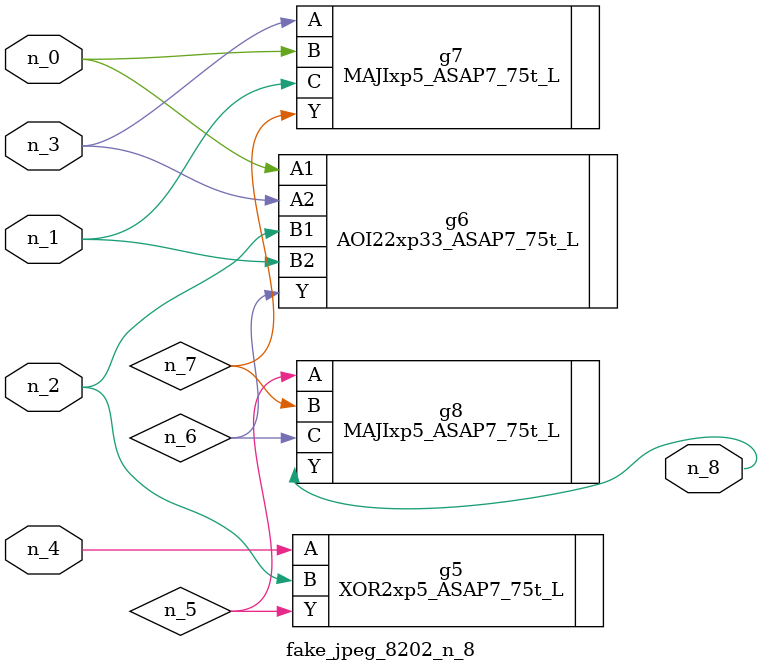
<source format=v>
module fake_jpeg_8202_n_8 (n_3, n_2, n_1, n_0, n_4, n_8);

input n_3;
input n_2;
input n_1;
input n_0;
input n_4;

output n_8;

wire n_6;
wire n_5;
wire n_7;

XOR2xp5_ASAP7_75t_L g5 ( 
.A(n_4),
.B(n_2),
.Y(n_5)
);

AOI22xp33_ASAP7_75t_L g6 ( 
.A1(n_0),
.A2(n_3),
.B1(n_2),
.B2(n_1),
.Y(n_6)
);

MAJIxp5_ASAP7_75t_L g7 ( 
.A(n_3),
.B(n_0),
.C(n_1),
.Y(n_7)
);

MAJIxp5_ASAP7_75t_L g8 ( 
.A(n_5),
.B(n_7),
.C(n_6),
.Y(n_8)
);


endmodule
</source>
